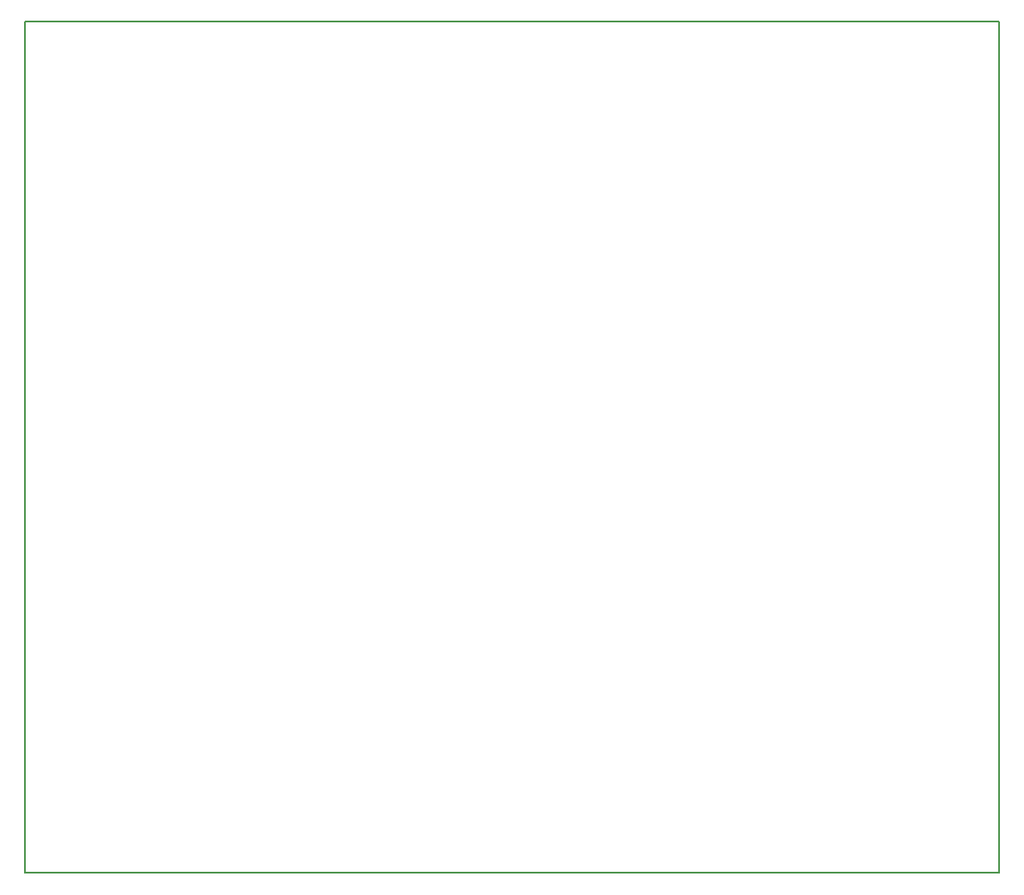
<source format=gbr>
G04 #@! TF.FileFunction,Profile,NP*
%FSLAX46Y46*%
G04 Gerber Fmt 4.6, Leading zero omitted, Abs format (unit mm)*
G04 Created by KiCad (PCBNEW 4.0.1-stable) date 2017/04/02 21:29:11*
%MOMM*%
G01*
G04 APERTURE LIST*
%ADD10C,0.100000*%
%ADD11C,0.150000*%
G04 APERTURE END LIST*
D10*
D11*
X71755000Y-130810000D02*
X167640000Y-130810000D01*
X71755000Y-46990000D02*
X71755000Y-130810000D01*
X167640000Y-46990000D02*
X71755000Y-46990000D01*
X167640000Y-130810000D02*
X167640000Y-46990000D01*
M02*

</source>
